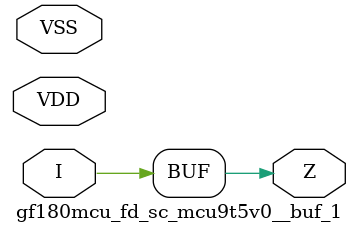
<source format=v>

module gf180mcu_fd_sc_mcu9t5v0__buf_1( I, Z, VDD, VSS );
input I;
inout VDD, VSS;
output Z;

	buf MGM_BG_0( Z, I );

endmodule

</source>
